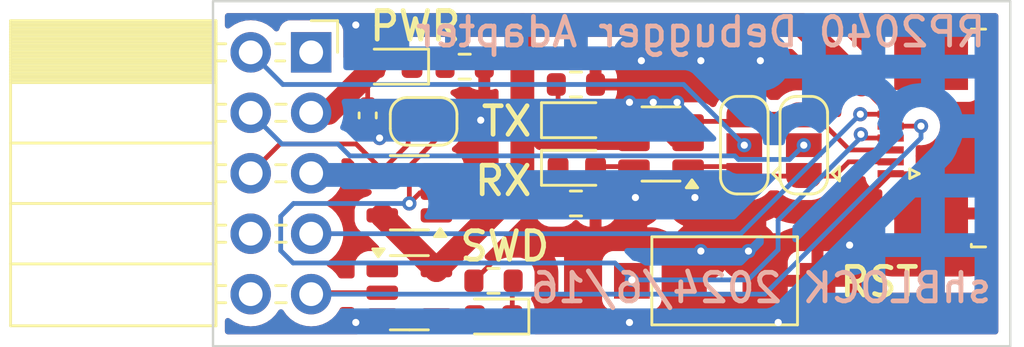
<source format=kicad_pcb>
(kicad_pcb (version 20240108) (generator "pcbnew") (generator_version "8.0")
  (layers (0 "F.Cu" signal) (31 "B.Cu" signal) (34 "B.Paste" user) (35 "F.Paste" user) (36 "B.SilkS" user "B.Silkscreen") (37 "F.SilkS" user "F.Silkscreen") (38 "B.Mask" user) (39 "F.Mask" user) (44 "Edge.Cuts" user))
  (net 0 "")
  (net 1 "3V3")
  (net 2 "GND")
  (net 3 "Net-(D1-K)")
  (net 4 "Net-(D1-A)")
  (net 5 "Net-(D2-K)")
  (net 6 "Net-(D2-A)")
  (net 7 "Net-(D3-K)")
  (net 8 "Net-(D3-A)")
  (net 9 "Net-(D4-K)")
  (net 10 "DBG_RUN")
  (net 11 "DBG_SWD")
  (net 12 "DBG_RX")
  (net 13 "DBG_TX")
  (net 14 "DBG_SWCLK")
  (net 15 "Net-(J2-Pin_4)")
  (net 16 "Net-(J2-Pin_2)")
  (net 18 "Net-(J2-Pin_6)")
  (footprint "Package_TO_SOT_SMD:SOT-23-6" (layer "F.Cu") (at 50.757836 27 180)
    (property "Reference" "U2" (hide yes))
    (property "Value" "74LVC2G17" (hide yes))
    (fp_line (start 0 1.56) (end 0.8 1.56) (stroke (width 0.12)) (layer "F.SilkS"))
    (fp_line (start 0 1.56) (end -0.8 1.56) (stroke (width 0.12)) (layer "F.SilkS"))
    (fp_line (start 0 -1.56) (end 0.8 -1.56) (stroke (width 0.12)) (layer "F.SilkS"))
    (fp_line (start 0 -1.56) (end -0.8 -1.56) (stroke (width 0.12)) (layer "F.SilkS"))
    (fp_poly (pts (xy -1.3 -1.51) (xy -1.54 -1.84) (xy -1.06 -1.84) (xy -1.3 -1.51)) (stroke (width 0.12)) (fill solid) (layer "F.SilkS"))
    (pad "1" smd roundrect (at -1.1375 -0.95 180) (size 1.325 0.6) (layers "F.Cu" "F.Paste" "F.Mask") (net 12 "DBG_RX"))
    (pad "2" smd roundrect (at -1.1375 0 180) (size 1.325 0.6) (layers "F.Cu" "F.Paste" "F.Mask") (net 2 "GND"))
    (pad "3" smd roundrect (at -1.1375 0.95 180) (size 1.325 0.6) (layers "F.Cu" "F.Paste" "F.Mask") (net 13 "DBG_TX"))
    (pad "4" smd roundrect (at 1.1375 0.95 180) (size 1.325 0.6) (layers "F.Cu" "F.Paste" "F.Mask") (net 6 "Net-(D2-A)"))
    (pad "5" smd roundrect (at 1.1375 0 180) (size 1.325 0.6) (layers "F.Cu" "F.Paste" "F.Mask") (net 1 "3V3"))
    (pad "6" smd roundrect (at 1.1375 -0.95 180) (size 1.325 0.6) (layers "F.Cu" "F.Paste" "F.Mask") (net 8 "Net-(D3-A)"))
  )
  (footprint "Button_Switch_SMD:SW_SPST_CK_RS282G05A3" (layer "F.Cu") (at 53.432836 32.75)
    (property "Reference" "SW1" (hide yes))
    (property "Value" "RESET" (hide yes))
    (fp_line (start -3.06 -1.85) (end 3.06 -1.85) (stroke (width 0.12)) (layer "F.SilkS"))
    (fp_line (start -3.06 1.85) (end -3.06 -1.85) (stroke (width 0.12)) (layer "F.SilkS"))
    (fp_line (start 3.06 -1.85) (end 3.06 1.85) (stroke (width 0.12)) (layer "F.SilkS"))
    (fp_line (start 3.06 1.85) (end -3.06 1.85) (stroke (width 0.12)) (layer "F.SilkS"))
    (pad "1" smd rect (at -3.9 0) (size 1.5 1.5) (layers "F.Cu" "F.Paste" "F.Mask") (net 10 "DBG_RUN"))
    (pad "2" smd rect (at 3.9 0) (size 1.5 1.5) (layers "F.Cu" "F.Paste" "F.Mask") (net 2 "GND"))
  )
  (footprint "Jumper:SolderJumper-3_P1.3mm_Open_RoundedPad1.0x1.5mm" (layer "F.Cu") (at 56.757836 27.05 90)
    (property "Reference" "JP2" (hide yes))
    (property "Value" "SolderJumper_3_Open" (hide yes))
    (fp_line (start -1.4 -1) (end 1.4 -1) (stroke (width 0.12)) (layer "F.SilkS"))
    (fp_line (start 2.05 -0.3) (end 2.05 0.3) (stroke (width 0.12)) (layer "F.SilkS"))
    (fp_line (start -2.05 0.3) (end -2.05 -0.3) (stroke (width 0.12)) (layer "F.SilkS"))
    (fp_line (start 1.4 1) (end -1.4 1) (stroke (width 0.12)) (layer "F.SilkS"))
    (fp_line (start -1.2 1.2) (end -0.9 1.5) (stroke (width 0.12)) (layer "F.SilkS"))
    (fp_line (start -1.2 1.2) (end -1.5 1.5) (stroke (width 0.12)) (layer "F.SilkS"))
    (fp_line (start -1.5 1.5) (end -0.9 1.5) (stroke (width 0.12)) (layer "F.SilkS"))
    (fp_arc (start 1.35 -1) (mid 1.844975 -0.794975) (end 2.05 -0.3) (stroke (width 0.12)) (layer "F.SilkS"))
    (fp_arc (start -2.05 -0.3) (mid -1.844975 -0.794975) (end -1.35 -1) (stroke (width 0.12)) (layer "F.SilkS"))
    (fp_arc (start 2.05 0.3) (mid 1.844975 0.794975) (end 1.35 1) (stroke (width 0.12)) (layer "F.SilkS"))
    (fp_arc (start -1.35 1) (mid -1.844975 0.794975) (end -2.05 0.3) (stroke (width 0.12)) (layer "F.SilkS"))
    (pad "1" smd custom (at -1.3 0 90) (size 1 0.5) (layers "F.Cu" "F.Mask") (net 12 "DBG_RX") (options (clearance outline) (anchor rect)) (primitives (gr_circle (center 0 0.25) (end 0.5 0.25) (width 0) (fill yes)) (gr_circle (center 0 -0.25) (end 0.5 -0.25) (width 0) (fill yes)) (gr_poly (pts (xy 0.55 0.75) (xy 0 0.75) (xy 0 -0.75) (xy 0.55 -0.75)) (width 0) (fill yes))))
    (pad "2" smd rect (at 0 0 90) (size 1 1.5) (layers "F.Cu" "F.Mask") (net 15 "Net-(J2-Pin_4)"))
    (pad "3" smd custom (at 1.3 0 90) (size 1 0.5) (layers "F.Cu" "F.Mask") (net 13 "DBG_TX") (options (clearance outline) (anchor rect)) (primitives (gr_circle (center 0 0.25) (end 0.5 0.25) (width 0) (fill yes)) (gr_circle (center 0 -0.25) (end 0.5 -0.25) (width 0) (fill yes)) (gr_poly (pts (xy 0 0.75) (xy -0.55 0.75) (xy -0.55 -0.75) (xy 0 -0.75)) (width 0) (fill yes))))
  )
  (footprint "Resistor_SMD:R_0603_1608Metric" (layer "F.Cu") (at 47.182836 29.5)
    (property "Reference" "R3" (hide yes))
    (property "Value" "470R" (hide yes))
    (fp_line (start -0.237258 -0.5225) (end 0.237258 -0.5225) (stroke (width 0.12)) (layer "F.SilkS"))
    (fp_line (start -0.237258 0.5225) (end 0.237258 0.5225) (stroke (width 0.12)) (layer "F.SilkS"))
    (pad "1" smd roundrect (at -0.825 0) (size 0.8 0.95) (layers "F.Cu" "F.Paste" "F.Mask") (net 7 "Net-(D3-K)"))
    (pad "2" smd roundrect (at 0.825 0) (size 0.8 0.95) (layers "F.Cu" "F.Paste" "F.Mask") (net 2 "GND"))
  )
  (footprint "LED_SMD:LED_0603_1608Metric" (layer "F.Cu") (at 47.220336 28)
    (property "Reference" "D3" (hide yes))
    (property "Value" "B" (hide yes))
    (fp_line (start -1.485 -0.735) (end -1.485 0.735) (stroke (width 0.12)) (layer "F.SilkS"))
    (fp_line (start -1.485 0.735) (end 0.8 0.735) (stroke (width 0.12)) (layer "F.SilkS"))
    (fp_line (start 0.8 -0.735) (end -1.485 -0.735) (stroke (width 0.12)) (layer "F.SilkS"))
    (pad "1" smd roundrect (at -0.7875 0) (size 0.875 0.95) (layers "F.Cu" "F.Paste" "F.Mask") (net 7 "Net-(D3-K)"))
    (pad "2" smd roundrect (at 0.7875 0) (size 0.875 0.95) (layers "F.Cu" "F.Paste" "F.Mask") (net 8 "Net-(D3-A)"))
  )
  (footprint "Connector_PinSocket_2.54mm:PinSocket_2x05_P2.54mm_Horizontal" (layer "F.Cu") (at 36.057836 23.15)
    (property "Reference" "J2" (hide yes))
    (property "Value" "Horco DAPLink (OpenCTR)" (hide yes))
    (fp_line (start -12.63 -1.33) (end -12.63 11.49) (stroke (width 0.12)) (layer "F.SilkS"))
    (fp_line (start -12.63 -1.33) (end -4 -1.33) (stroke (width 0.12)) (layer "F.SilkS"))
    (fp_line (start -12.63 -1.21) (end -4 -1.21) (stroke (width 0.12)) (layer "F.SilkS"))
    (fp_line (start -12.63 -1.091905) (end -4 -1.091905) (stroke (width 0.12)) (layer "F.SilkS"))
    (fp_line (start -12.63 -0.97381) (end -4 -0.97381) (stroke (width 0.12)) (layer "F.SilkS"))
    (fp_line (start -12.63 -0.855715) (end -4 -0.855715) (stroke (width 0.12)) (layer "F.SilkS"))
    (fp_line (start -12.63 -0.73762) (end -4 -0.73762) (stroke (width 0.12)) (layer "F.SilkS"))
    (fp_line (start -12.63 -0.619525) (end -4 -0.619525) (stroke (width 0.12)) (layer "F.SilkS"))
    (fp_line (start -12.63 -0.50143) (end -4 -0.50143) (stroke (width 0.12)) (layer "F.SilkS"))
    (fp_line (start -12.63 -0.383335) (end -4 -0.383335) (stroke (width 0.12)) (layer "F.SilkS"))
    (fp_line (start -12.63 -0.26524) (end -4 -0.26524) (stroke (width 0.12)) (layer "F.SilkS"))
    (fp_line (start -12.63 -0.147145) (end -4 -0.147145) (stroke (width 0.12)) (layer "F.SilkS"))
    (fp_line (start -12.63 -0.02905) (end -4 -0.02905) (stroke (width 0.12)) (layer "F.SilkS"))
    (fp_line (start -12.63 0.089045) (end -4 0.089045) (stroke (width 0.12)) (layer "F.SilkS"))
    (fp_line (start -12.63 0.20714) (end -4 0.20714) (stroke (width 0.12)) (layer "F.SilkS"))
    (fp_line (start -12.63 0.325235) (end -4 0.325235) (stroke (width 0.12)) (layer "F.SilkS"))
    (fp_line (start -12.63 0.44333) (end -4 0.44333) (stroke (width 0.12)) (layer "F.SilkS"))
    (fp_line (start -12.63 0.561425) (end -4 0.561425) (stroke (width 0.12)) (layer "F.SilkS"))
    (fp_line (start -12.63 0.67952) (end -4 0.67952) (stroke (width 0.12)) (layer "F.SilkS"))
    (fp_line (start -12.63 0.797615) (end -4 0.797615) (stroke (width 0.12)) (layer "F.SilkS"))
    (fp_line (start -12.63 0.91571) (end -4 0.91571) (stroke (width 0.12)) (layer "F.SilkS"))
    (fp_line (start -12.63 1.033805) (end -4 1.033805) (stroke (width 0.12)) (layer "F.SilkS"))
    (fp_line (start -12.63 1.1519) (end -4 1.1519) (stroke (width 0.12)) (layer "F.SilkS"))
    (fp_line (start -12.63 1.27) (end -4 1.27) (stroke (width 0.12)) (layer "F.SilkS"))
    (fp_line (start -12.63 3.81) (end -4 3.81) (stroke (width 0.12)) (layer "F.SilkS"))
    (fp_line (start -12.63 6.35) (end -4 6.35) (stroke (width 0.12)) (layer "F.SilkS"))
    (fp_line (start -12.63 8.89) (end -4 8.89) (stroke (width 0.12)) (layer "F.SilkS"))
    (fp_line (start -12.63 11.49) (end -4 11.49) (stroke (width 0.12)) (layer "F.SilkS"))
    (fp_line (start -4 -1.33) (end -4 11.49) (stroke (width 0.12)) (layer "F.SilkS"))
    (fp_line (start -4 -0.36) (end -3.59 -0.36) (stroke (width 0.12)) (layer "F.SilkS"))
    (fp_line (start -4 0.36) (end -3.59 0.36) (stroke (width 0.12)) (layer "F.SilkS"))
    (fp_line (start -4 2.18) (end -3.59 2.18) (stroke (width 0.12)) (layer "F.SilkS"))
    (fp_line (start -4 2.9) (end -3.59 2.9) (stroke (width 0.12)) (layer "F.SilkS"))
    (fp_line (start -4 4.72) (end -3.59 4.72) (stroke (width 0.12)) (layer "F.SilkS"))
    (fp_line (start -4 5.44) (end -3.59 5.44) (stroke (width 0.12)) (layer "F.SilkS"))
    (fp_line (start -4 7.26) (end -3.59 7.26) (stroke (width 0.12)) (layer "F.SilkS"))
    (fp_line (start -4 7.98) (end -3.59 7.98) (stroke (width 0.12)) (layer "F.SilkS"))
    (fp_line (start -4 9.8) (end -3.59 9.8) (stroke (width 0.12)) (layer "F.SilkS"))
    (fp_line (start -4 10.52) (end -3.59 10.52) (stroke (width 0.12)) (layer "F.SilkS"))
    (fp_line (start -1.49 -0.36) (end -1.11 -0.36) (stroke (width 0.12)) (layer "F.SilkS"))
    (fp_line (start -1.49 0.36) (end -1.11 0.36) (stroke (width 0.12)) (layer "F.SilkS"))
    (fp_line (start -1.49 2.18) (end -1.05 2.18) (stroke (width 0.12)) (layer "F.SilkS"))
    (fp_line (start -1.49 2.9) (end -1.05 2.9) (stroke (width 0.12)) (layer "F.SilkS"))
    (fp_line (start -1.49 4.72) (end -1.05 4.72) (stroke (width 0.12)) (layer "F.SilkS"))
    (fp_line (start -1.49 5.44) (end -1.05 5.44) (stroke (width 0.12)) (layer "F.SilkS"))
    (fp_line (start -1.49 7.26) (end -1.05 7.26) (stroke (width 0.12)) (layer "F.SilkS"))
    (fp_line (start -1.49 7.98) (end -1.05 7.98) (stroke (width 0.12)) (layer "F.SilkS"))
    (fp_line (start -1.49 9.8) (end -1.05 9.8) (stroke (width 0.12)) (layer "F.SilkS"))
    (fp_line (start -1.49 10.52) (end -1.05 10.52) (stroke (width 0.12)) (layer "F.SilkS"))
    (fp_line (start 0 -1.33) (end 1.11 -1.33) (stroke (width 0.12)) (layer "F.SilkS"))
    (fp_line (start 1.11 -1.33) (end 1.11 0) (stroke (width 0.12)) (layer "F.SilkS"))
    (pad "1" thru_hole rect (at 0 0) (size 1.7 1.7) (drill 1) (layers "*.Cu" "*.Mask"))
    (pad "2" thru_hole oval (at -2.54 0) (size 1.7 1.7) (drill 1) (layers "*.Cu" "*.Mask") (net 16 "Net-(J2-Pin_2)"))
    (pad "3" thru_hole oval (at 0 2.54) (size 1.7 1.7) (drill 1) (layers "*.Cu" "*.Mask") (net 1 "3V3"))
    (pad "4" thru_hole oval (at -2.54 2.54) (size 1.7 1.7) (drill 1) (layers "*.Cu" "*.Mask") (net 15 "Net-(J2-Pin_4)"))
    (pad "5" thru_hole oval (at 0 5.08) (size 1.7 1.7) (drill 1) (layers "*.Cu" "*.Mask") (net 2 "GND"))
    (pad "6" thru_hole oval (at -2.54 5.08) (size 1.7 1.7) (drill 1) (layers "*.Cu" "*.Mask") (net 18 "Net-(J2-Pin_6)"))
    (pad "7" thru_hole oval (at 0 7.62) (size 1.7 1.7) (drill 1) (layers "*.Cu" "*.Mask") (net 14 "DBG_SWCLK"))
    (pad "8" thru_hole oval (at -2.54 7.62) (size 1.7 1.7) (drill 1) (layers "*.Cu" "*.Mask"))
    (pad "9" thru_hole oval (at 0 10.16) (size 1.7 1.7) (drill 1) (layers "*.Cu" "*.Mask") (net 11 "DBG_SWD"))
    (pad "10" thru_hole oval (at -2.54 10.16) (size 1.7 1.7) (drill 1) (layers "*.Cu" "*.Mask"))
  )
  (footprint "LED_SMD:LED_0603_1608Metric" (layer "F.Cu") (at 47.220336 26)
    (property "Reference" "D2" (hide yes))
    (property "Value" "Y" (hide yes))
    (fp_line (start -1.485 -0.735) (end -1.485 0.735) (stroke (width 0.12)) (layer "F.SilkS"))
    (fp_line (start -1.485 0.735) (end 0.8 0.735) (stroke (width 0.12)) (layer "F.SilkS"))
    (fp_line (start 0.8 -0.735) (end -1.485 -0.735) (stroke (width 0.12)) (layer "F.SilkS"))
    (pad "1" smd roundrect (at -0.7875 0) (size 0.875 0.95) (layers "F.Cu" "F.Paste" "F.Mask") (net 5 "Net-(D2-K)"))
    (pad "2" smd roundrect (at 0.7875 0) (size 0.875 0.95) (layers "F.Cu" "F.Paste" "F.Mask") (net 6 "Net-(D2-A)"))
  )
  (footprint "Package_TO_SOT_SMD:SOT-23-5" (layer "F.Cu") (at 40.182836 33.25)
    (property "Reference" "U4" (hide yes))
    (property "Value" "74LVC1G17" (hide yes))
    (fp_line (start 0 -1.56) (end -0.8 -1.56) (stroke (width 0.12)) (layer "F.SilkS"))
    (fp_line (start 0 -1.56) (end 0.8 -1.56) (stroke (width 0.12)) (layer "F.SilkS"))
    (fp_line (start 0 1.56) (end -0.8 1.56) (stroke (width 0.12)) (layer "F.SilkS"))
    (fp_line (start 0 1.56) (end 0.8 1.56) (stroke (width 0.12)) (layer "F.SilkS"))
    (fp_poly (pts (xy -1.3 -1.51) (xy -1.54 -1.84) (xy -1.06 -1.84) (xy -1.3 -1.51)) (stroke (width 0.12)) (fill solid) (layer "F.SilkS"))
    (pad "1" smd roundrect (at -1.1375 -0.95) (size 1.325 0.6) (layers "F.Cu" "F.Paste" "F.Mask"))
    (pad "2" smd roundrect (at -1.1375 0) (size 1.325 0.6) (layers "F.Cu" "F.Paste" "F.Mask") (net 11 "DBG_SWD"))
    (pad "3" smd roundrect (at -1.1375 0.95) (size 1.325 0.6) (layers "F.Cu" "F.Paste" "F.Mask") (net 2 "GND"))
    (pad "4" smd roundrect (at 1.1375 0.95) (size 1.325 0.6) (layers "F.Cu" "F.Paste" "F.Mask") (net 4 "Net-(D1-A)"))
    (pad "5" smd roundrect (at 1.1375 -0.95) (size 1.325 0.6) (layers "F.Cu" "F.Paste" "F.Mask") (net 1 "3V3"))
  )
  (footprint "Resistor_SMD:R_0603_1608Metric" (layer "F.Cu") (at 47.182836 24.5)
    (property "Reference" "R2" (hide yes))
    (property "Value" "470R" (hide yes))
    (fp_line (start -0.237258 -0.5225) (end 0.237258 -0.5225) (stroke (width 0.12)) (layer "F.SilkS"))
    (fp_line (start -0.237258 0.5225) (end 0.237258 0.5225) (stroke (width 0.12)) (layer "F.SilkS"))
    (pad "1" smd roundrect (at -0.825 0) (size 0.8 0.95) (layers "F.Cu" "F.Paste" "F.Mask") (net 5 "Net-(D2-K)"))
    (pad "2" smd roundrect (at 0.825 0) (size 0.8 0.95) (layers "F.Cu" "F.Paste" "F.Mask") (net 2 "GND"))
  )
  (footprint "Connector_FFC-FPC:TE_0-1734839-7_1x07-1MP_P0.5mm_Horizontal" (layer "F.Cu") (at 61.757836 26.75 90)
    (property "Reference" "J1" (hide yes))
    (property "Value" "DEBUG_FPC" (hide yes))
    (fp_line (start -1.3 -0.55) (end -1.7 -0.55) (stroke (width 0.12)) (layer "F.SilkS"))
    (fp_line (start -1.7 -0.55) (end -1.5 -0.15) (stroke (width 0.12)) (layer "F.SilkS"))
    (fp_line (start -1.5 -0.15) (end -1.3 -0.55) (stroke (width 0.12)) (layer "F.SilkS"))
    (fp_line (start 4.575 2.04) (end 4.575 2.64) (stroke (width 0.12)) (layer "F.SilkS"))
    (fp_line (start 4.465 2.04) (end 4.575 2.04) (stroke (width 0.12)) (layer "F.SilkS"))
    (fp_line (start -4.465 2.04) (end -4.575 2.04) (stroke (width 0.12)) (layer "F.SilkS"))
    (fp_line (start -4.575 2.04) (end -4.575 2.64) (stroke (width 0.12)) (layer "F.SilkS"))
    (pad "1" smd rect (at -1.5 -1.35 90) (size 0.3 1.1) (layers "F.Cu" "F.Paste" "F.Mask") (net 2 "GND"))
    (pad "2" smd rect (at -1 -1.35 90) (size 0.3 1.1) (layers "F.Cu" "F.Paste" "F.Mask") (net 12 "DBG_RX"))
    (pad "3" smd rect (at -0.5 -1.35 90) (size 0.3 1.1) (layers "F.Cu" "F.Paste" "F.Mask") (net 13 "DBG_TX"))
    (pad "4" smd rect (at 0 -1.35 90) (size 0.3 1.1) (layers "F.Cu" "F.Paste" "F.Mask") (net 10 "DBG_RUN"))
    (pad "5" smd rect (at 0.5 -1.35 90) (size 0.3 1.1) (layers "F.Cu" "F.Paste" "F.Mask") (net 11 "DBG_SWD"))
    (pad "6" smd rect (at 1 -1.35 90) (size 0.3 1.1) (layers "F.Cu" "F.Paste" "F.Mask") (net 14 "DBG_SWCLK"))
    (pad "7" smd rect (at 1.5 -1.35 90) (size 0.3 1.1) (layers "F.Cu" "F.Paste" "F.Mask") (net 1 "3V3"))
    (pad "MP" smd rect (at -3.17 0.35 90) (size 2.3 3.1) (layers "F.Cu" "F.Paste" "F.Mask") (net 2 "GND"))
    (pad "MP" smd rect (at 3.17 0.35 90) (size 2.3 3.1) (layers "F.Cu" "F.Paste" "F.Mask") (net 2 "GND"))
  )
  (footprint "Resistor_SMD:R_0603_1608Metric" (layer "F.Cu") (at 43.720336 32.75 180)
    (property "Reference" "R1" (hide yes))
    (property "Value" "470R" (hide yes))
    (fp_line (start -0.237258 0.5225) (end 0.237258 0.5225) (stroke (width 0.12)) (layer "F.SilkS"))
    (fp_line (start -0.237258 -0.5225) (end 0.237258 -0.5225) (stroke (width 0.12)) (layer "F.SilkS"))
    (pad "1" smd roundrect (at -0.825 0 180) (size 0.8 0.95) (layers "F.Cu" "F.Paste" "F.Mask") (net 3 "Net-(D1-K)"))
    (pad "2" smd roundrect (at 0.825 0 180) (size 0.8 0.95) (layers "F.Cu" "F.Paste" "F.Mask") (net 2 "GND"))
  )
  (footprint "Capacitor_SMD:C_0402_1005Metric" (layer "F.Cu") (at 38.432836 25.8 -90)
    (property "Reference" "C1" (hide yes))
    (property "Value" "100nF" (hide yes))
    (fp_line (start -0.107836 0.36) (end 0.107836 0.36) (stroke (width 0.12)) (layer "F.SilkS"))
    (fp_line (start -0.107836 -0.36) (end 0.107836 -0.36) (stroke (width 0.12)) (layer "F.SilkS"))
    (pad "1" smd roundrect (at -0.48 0 270) (size 0.56 0.62) (layers "F.Cu" "F.Paste" "F.Mask") (net 1 "3V3"))
    (pad "2" smd roundrect (at 0.48 0 270) (size 0.56 0.62) (layers "F.Cu" "F.Paste" "F.Mask") (net 2 "GND"))
  )
  (footprint "Package_TO_SOT_SMD:SOT-23-5" (layer "F.Cu") (at 40.182836 29.05 180)
    (property "Reference" "U1" (hide yes))
    (property "Value" "SN74LVC1G14DBV" (hide yes))
    (fp_line (start 0 1.56) (end 0.8 1.56) (stroke (width 0.12)) (layer "F.SilkS"))
    (fp_line (start 0 1.56) (end -0.8 1.56) (stroke (width 0.12)) (layer "F.SilkS"))
    (fp_line (start 0 -1.56) (end 0.8 -1.56) (stroke (width 0.12)) (layer "F.SilkS"))
    (fp_line (start 0 -1.56) (end -0.8 -1.56) (stroke (width 0.12)) (layer "F.SilkS"))
    (fp_poly (pts (xy -1.3 -1.51) (xy -1.54 -1.84) (xy -1.06 -1.84) (xy -1.3 -1.51)) (stroke (width 0.12)) (fill solid) (layer "F.SilkS"))
    (pad "1" smd roundrect (at -1.1375 -0.95 180) (size 1.325 0.6) (layers "F.Cu" "F.Paste" "F.Mask"))
    (pad "2" smd roundrect (at -1.1375 0 180) (size 1.325 0.6) (layers "F.Cu" "F.Paste" "F.Mask") (net 10 "DBG_RUN"))
    (pad "3" smd roundrect (at -1.1375 0.95 180) (size 1.325 0.6) (layers "F.Cu" "F.Paste" "F.Mask") (net 2 "GND"))
    (pad "4" smd roundrect (at 1.1375 0.95 180) (size 1.325 0.6) (layers "F.Cu" "F.Paste" "F.Mask") (net 18 "Net-(J2-Pin_6)"))
    (pad "5" smd roundrect (at 1.1375 -0.95 180) (size 1.325 0.6) (layers "F.Cu" "F.Paste" "F.Mask") (net 1 "3V3"))
  )
  (footprint "Resistor_SMD:R_0603_1608Metric" (layer "F.Cu") (at 42.507836 23.75)
    (property "Reference" "R4" (hide yes))
    (property "Value" "470R" (hide yes))
    (fp_line (start -0.237258 -0.5225) (end 0.237258 -0.5225) (stroke (width 0.12)) (layer "F.SilkS"))
    (fp_line (start -0.237258 0.5225) (end 0.237258 0.5225) (stroke (width 0.12)) (layer "F.SilkS"))
    (pad "1" smd roundrect (at -0.825 0) (size 0.8 0.95) (layers "F.Cu" "F.Paste" "F.Mask") (net 9 "Net-(D4-K)"))
    (pad "2" smd roundrect (at 0.825 0) (size 0.8 0.95) (layers "F.Cu" "F.Paste" "F.Mask") (net 2 "GND"))
  )
  (footprint "LED_SMD:LED_0603_1608Metric" (layer "F.Cu") (at 43.720336 34.25 180)
    (property "Reference" "D1" (hide yes))
    (property "Value" "R" (hide yes))
    (fp_line (start 0.8 -0.735) (end -1.485 -0.735) (stroke (width 0.12)) (layer "F.SilkS"))
    (fp_line (start -1.485 0.735) (end 0.8 0.735) (stroke (width 0.12)) (layer "F.SilkS"))
    (fp_line (start -1.485 -0.735) (end -1.485 0.735) (stroke (width 0.12)) (layer "F.SilkS"))
    (pad "1" smd roundrect (at -0.7875 0 180) (size 0.875 0.95) (layers "F.Cu" "F.Paste" "F.Mask") (net 3 "Net-(D1-K)"))
    (pad "2" smd roundrect (at 0.7875 0 180) (size 0.875 0.95) (layers "F.Cu" "F.Paste" "F.Mask") (net 4 "Net-(D1-A)"))
  )
  (footprint "Jumper:SolderJumper-3_P1.3mm_Open_RoundedPad1.0x1.5mm" (layer "F.Cu") (at 54.257836 27.05 90)
    (property "Reference" "JP1" (hide yes))
    (property "Value" "SolderJumper_3_Open" (hide yes))
    (fp_line (start -1.4 -1) (end 1.4 -1) (stroke (width 0.12)) (layer "F.SilkS"))
    (fp_line (start 2.05 -0.3) (end 2.05 0.3) (stroke (width 0.12)) (layer "F.SilkS"))
    (fp_line (start -2.05 0.3) (end -2.05 -0.3) (stroke (width 0.12)) (layer "F.SilkS"))
    (fp_line (start 1.4 1) (end -1.4 1) (stroke (width 0.12)) (layer "F.SilkS"))
    (fp_line (start -1.2 1.2) (end -0.9 1.5) (stroke (width 0.12)) (layer "F.SilkS"))
    (fp_line (start -1.2 1.2) (end -1.5 1.5) (stroke (width 0.12)) (layer "F.SilkS"))
    (fp_line (start -1.5 1.5) (end -0.9 1.5) (stroke (width 0.12)) (layer "F.SilkS"))
    (fp_arc (start 1.35 -1) (mid 1.844975 -0.794975) (end 2.05 -0.3) (stroke (width 0.12)) (layer "F.SilkS"))
    (fp_arc (start -2.05 -0.3) (mid -1.844975 -0.794975) (end -1.35 -1) (stroke (width 0.12)) (layer "F.SilkS"))
    (fp_arc (start 2.05 0.3) (mid 1.844975 0.794975) (end 1.35 1) (stroke (width 0.12)) (layer "F.SilkS"))
    (fp_arc (start -1.35 1) (mid -1.844975 0.794975) (end -2.05 0.3) (stroke (width 0.12)) (layer "F.SilkS"))
    (pad "1" smd custom (at -1.3 0 90) (size 1 0.5) (layers "F.Cu" "F.Mask") (net 12 "DBG_RX") (options (clearance outline) (anchor rect)) (primitives (gr_circle (center 0 0.25) (end 0.5 0.25) (width 0) (fill yes)) (gr_circle (center 0 -0.25) (end 0.5 -0.25) (width 0) (fill yes)) (gr_poly (pts (xy 0.55 0.75) (xy 0 0.75) (xy 0 -0.75) (xy 0.55 -0.75)) (width 0) (fill yes))))
    (pad "2" smd rect (at 0 0 90) (size 1 1.5) (layers "F.Cu" "F.Mask") (net 16 "Net-(J2-Pin_2)"))
    (pad "3" smd custom (at 1.3 0 90) (size 1 0.5) (layers "F.Cu" "F.Mask") (net 13 "DBG_TX") (options (clearance outline) (anchor rect)) (primitives (gr_circle (center 0 0.25) (end 0.5 0.25) (width 0) (fill yes)) (gr_circle (center 0 -0.25) (end 0.5 -0.25) (width 0) (fill yes)) (gr_poly (pts (xy 0 0.75) (xy -0.55 0.75) (xy -0.55 -0.75) (xy 0 -0.75)) (width 0) (fill yes))))
  )
  (footprint "Jumper:SolderJumper-2_P1.3mm_Open_RoundedPad1.0x1.5mm" (layer "F.Cu") (at 40.782836 26.05)
    (property "Reference" "JP3" (hide yes))
    (property "Value" "SolderJumper_2_Open" (hide yes))
    (fp_line (start -1.4 0.3) (end -1.4 -0.3) (stroke (width 0.12)) (layer "F.SilkS"))
    (fp_line (start -0.7 -1) (end 0.7 -1) (stroke (width 0.12)) (layer "F.SilkS"))
    (fp_line (start 0.7 1) (end -0.7 1) (stroke (width 0.12)) (layer "F.SilkS"))
    (fp_line (start 1.4 -0.3) (end 1.4 0.3) (stroke (width 0.12)) (layer "F.SilkS"))
    (fp_arc (start -1.4 -0.3) (mid -1.194975 -0.794975) (end -0.7 -1) (stroke (width 0.12)) (layer "F.SilkS"))
    (fp_arc (start -0.7 1) (mid -1.194975 0.794975) (end -1.4 0.3) (stroke (width 0.12)) (layer "F.SilkS"))
    (fp_arc (start 0.7 -1) (mid 1.194975 -0.794975) (end 1.4 -0.3) (stroke (width 0.12)) (layer "F.SilkS"))
    (fp_arc (start 1.4 0.3) (mid 1.194975 0.794975) (end 0.7 1) (stroke (width 0.12)) (layer "F.SilkS"))
    (pad "1" smd custom (at -0.65 0) (size 1 0.5) (layers "F.Cu" "F.Mask") (net 18 "Net-(J2-Pin_6)") (options (clearance outline) (anchor rect)) (primitives (gr_circle (center 0 0.25) (end 0.5 0.25) (width 0) (fill yes)) (gr_circle (center 0 -0.25) (end 0.5 -0.25) (width 0) (fill yes)) (gr_poly (pts (xy 0.5 0.75) (xy 0 0.75) (xy 0 -0.75) (xy 0.5 -0.75)) (width 0) (fill yes))))
    (pad "2" smd custom (at 0.65 0) (size 1 0.5) (layers "F.Cu" "F.Mask") (net 10 "DBG_RUN") (options (clearance outline) (anchor rect)) (primitives (gr_circle (center 0 0.25) (end 0.5 0.25) (width 0) (fill yes)) (gr_circle (center 0 -0.25) (end 0.5 -0.25) (width 0) (fill yes)) (gr_poly (pts (xy 0 0.75) (xy -0.5 0.75) (xy -0.5 -0.75) (xy 0 -0.75)) (width 0) (fill yes))))
  )
  (footprint "LED_SMD:LED_0603_1608Metric" (layer "F.Cu") (at 39.507836 23.75 180)
    (property "Reference" "D4" (hide yes))
    (property "Value" "G" (hide yes))
    (fp_line (start 0.8 -0.735) (end -1.485 -0.735) (stroke (width 0.12)) (layer "F.SilkS"))
    (fp_line (start -1.485 0.735) (end 0.8 0.735) (stroke (width 0.12)) (layer "F.SilkS"))
    (fp_line (start -1.485 -0.735) (end -1.485 0.735) (stroke (width 0.12)) (layer "F.SilkS"))
    (pad "1" smd roundrect (at -0.7875 0 180) (size 0.875 0.95) (layers "F.Cu" "F.Paste" "F.Mask") (net 9 "Net-(D4-K)"))
    (pad "2" smd roundrect (at 0.7875 0 180) (size 0.875 0.95) (layers "F.Cu" "F.Paste" "F.Mask") (net 1 "3V3"))
  )
  (gr_rect (start 31.932836 21) (end 65.432836 35.5) (stroke (width 0.1)) (fill none) (layer "Edge.Cuts"))
  (gr_text "RP2040 Debugger Adapter" (at 64.5 23 0) (layer "B.SilkS") (effects (font (size 1.2 1.2) (thickness 0.2) (bold yes)) (justify left bottom mirror)))
  (gr_text "shBLOCK 2024/6/16" (at 64.75 33.75 0) (layer "B.SilkS") (effects (font (size 1.2 1.2) (thickness 0.2) (bold yes)) (justify left bottom mirror)))
  (gr_text "RX" (at 45.432836 29.25 0) (layer "F.SilkS") (effects (font (size 1.2 1.2) (thickness 0.2)) (justify right bottom)))
  (gr_text "RST" (at 59.932836 33.5 0) (layer "F.SilkS") (effects (font (size 1.2 1.2) (thickness 0.2) (bold yes)) (justify bottom)))
  (gr_text "PWR" (at 40.432836 22.75 0) (layer "F.SilkS") (effects (font (size 1.2 1.2) (thickness 0.2)) (justify bottom)))
  (gr_text "TX" (at 45.432836 26.75 0) (layer "F.SilkS") (effects (font (size 1.2 1.2) (thickness 0.2) (bold yes)) (justify right bottom)))
  (gr_text "SWD" (at 46.182836 32 0) (layer "F.SilkS") (effects (font (size 1.2 1.2) (thickness 0.2) (bold yes)) (justify right bottom)))
  (segment (start 39.995337 22) (end 44.932836 22) (width 1) (layer "F.Cu") (net 1))
  (segment (start 38.432836 25.32) (end 38.432836 24.0375) (width 0.2) (layer "F.Cu") (net 1))
  (segment (start 49.620336 27) (end 45.682836 27) (width 0.5) (layer "F.Cu") (net 1))
  (segment (start 56.682836 22) (end 59.182836 24.5) (width 1) (layer "F.Cu") (net 1))
  (segment (start 36.780336 25.69) (end 38.720336 23.75) (width 1) (layer "F.Cu") (net 1))
  (segment (start 39.045336 30.025) (end 41.320336 32.3) (width 1) (layer "F.Cu") (net 1))
  (segment (start 60.407836 25.25) (end 59.932836 25.25) (width 0.2) (layer "F.Cu") (net 1))
  (segment (start 45.682836 27) (end 44.932836 26.25) (width 0.5) (layer "F.Cu") (net 1))
  (segment (start 38.720336 23.75) (end 38.720336 23.275001) (width 1) (layer "F.Cu") (net 1))
  (segment (start 38.720336 23.275001) (end 39.995337 22) (width 1) (layer "F.Cu") (net 1))
  (segment (start 44.932836 26.25) (end 44.932836 22) (width 1) (layer "F.Cu") (net 1))
  (segment (start 44.932836 28.6875) (end 44.932836 26.25) (width 1) (layer "F.Cu") (net 1))
  (segment (start 36.057836 25.69) (end 36.780336 25.69) (width 1) (layer "F.Cu") (net 1))
  (segment (start 44.932836 22) (end 56.682836 22) (width 1) (layer "F.Cu") (net 1))
  (segment (start 41.320336 32.3) (end 44.932836 28.6875) (width 1) (layer "F.Cu") (net 1))
  (segment (start 59.932836 25.25) (end 59.182836 24.5) (width 0.3) (layer "F.Cu") (net 1))
  (segment (start 39.045336 30) (end 39.045336 30.025) (width 1) (layer "F.Cu") (net 1))
  (segment (start 60.407836 28.25) (end 59.432836 29.225) (width 0.2) (layer "F.Cu") (net 2))
  (segment (start 50.682836 26.449999) (end 50.682836 25) (width 0.2) (layer "F.Cu") (net 2))
  (segment (start 51.232837 27) (end 50.682836 26.449999) (width 0.2) (layer "F.Cu") (net 2))
  (segment (start 51.895336 27) (end 51.232837 27) (width 0.2) (layer "F.Cu") (net 2))
  (segment (start 42.895336 32.75) (end 44.395336 31.25) (width 0.2) (layer "F.Cu") (net 2))
  (segment (start 38.902836 26.75) (end 38.432836 26.28) (width 0.2) (layer "F.Cu") (net 2))
  (segment (start 38.932836 26.75) (end 38.902836 26.75) (width 0.2) (layer "F.Cu") (net 2))
  (segment (start 60.407836 28.25) (end 61.682836 28.25) (width 0.2) (layer "F.Cu") (net 2))
  (segment (start 59.432836 29.225) (end 59.432836 29.25) (width 0.2) (layer "F.Cu") (net 2))
  (segment (start 61.682836 28.25) (end 61.932836 28) (width 0.2) (layer "F.Cu") (net 2))
  (segment (start 44.395336 31.25) (end 44.432836 31.25) (width 0.2) (layer "F.Cu") (net 2))
  (via (at 43.182836 26) (size 0.6) (drill 0.3) (layers "F.Cu" "B.Cu") (net 2))
  (via (at 49.432836 25.25) (size 0.6) (drill 0.3) (layers "F.Cu" "B.Cu") (net 2))
  (via (at 37.932836 34.5) (size 0.6) (drill 0.3) (layers "F.Cu" "B.Cu") (net 2))
  (via (at 52.182836 29.25) (size 0.6) (drill 0.3) (layers "F.Cu" "B.Cu") (net 2))
  (via (at 37.932836 22) (size 0.6) (drill 0.3) (layers "F.Cu" "B.Cu") (net 2))
  (via (at 52.432836 23.5) (size 0.6) (drill 0.3) (layers "F.Cu" "B.Cu") (net 2))
  (via (at 50.432836 25.25) (size 0.6) (drill 0.3) (layers "F.Cu" "B.Cu") (net 2))
  (via (at 49.932836 23.5) (size 0.6) (drill 0.3) (layers "F.Cu" "B.Cu") (net 2))
  (via (at 54.432836 31.5) (size 0.6) (drill 0.3) (layers "F.Cu" "B.Cu") (net 2))
  (via (at 54.932836 23.5) (size 0.6) (drill 0.3) (layers "F.Cu" "B.Cu") (net 2))
  (via (at 49.682836 29.25) (size 0.6) (drill 0.3) (layers "F.Cu" "B.Cu") (net 2))
  (via (at 49.432836 34.5) (size 0.6) (drill 0.3) (layers "F.Cu" "B.Cu") (net 2))
  (via (at 58.682836 31.25) (size 0.6) (drill 0.3) (layers "F.Cu" "B.Cu") (net 2))
  (via (at 55.682836 34.5) (size 0.6) (drill 0.3) (layers "F.Cu" "B.Cu") (net 2))
  (via (at 52.432836 31.5) (size 0.6) (drill 0.3) (layers "F.Cu" "B.Cu") (net 2))
  (via (at 38.932836 26.75) (size 0.6) (drill 0.3) (layers "F.Cu" "B.Cu") (net 2))
  (via (at 51.432836 25.25) (size 0.6) (drill 0.3) (layers "F.Cu" "B.Cu") (net 2))
  (segment (start 36.057836 28.23) (end 36.127836 28.3) (width 1) (layer "B.Cu") (net 2))
  (segment (start 36.127836 28.3) (end 44.682836 28.3) (width 1) (layer "B.Cu") (net 2))
  (segment (start 44.507836 32.7875) (end 44.545336 32.75) (width 0.2) (layer "F.Cu") (net 3))
  (segment (start 44.507836 34.25) (end 44.507836 32.7875) (width 0.2) (layer "F.Cu") (net 3))
  (segment (start 42.882836 34.2) (end 42.932836 34.25) (width 0.2) (layer "F.Cu") (net 4))
  (segment (start 41.320336 34.2) (end 42.882836 34.2) (width 0.2) (layer "F.Cu") (net 4))
  (segment (start 46.432836 24.575) (end 46.357836 24.5) (width 0.2) (layer "F.Cu") (net 5))
  (segment (start 46.432836 26) (end 46.432836 24.575) (width 0.2) (layer "F.Cu") (net 5))
  (segment (start 48.057836 26.05) (end 48.007836 26) (width 0.2) (layer "F.Cu") (net 6))
  (segment (start 49.620336 26.05) (end 48.057836 26.05) (width 0.2) (layer "F.Cu") (net 6))
  (segment (start 46.432836 28) (end 46.432836 29.425) (width 0.2) (layer "F.Cu") (net 7))
  (segment (start 46.432836 29.425) (end 46.357836 29.5) (width 0.2) (layer "F.Cu") (net 7))
  (segment (start 48.057836 27.95) (end 48.007836 28) (width 0.2) (layer "F.Cu") (net 8))
  (segment (start 49.620336 27.95) (end 48.057836 27.95) (width 0.2) (layer "F.Cu") (net 8))
  (segment (start 40.295336 23.75) (end 41.682836 23.75) (width 0.2) (layer "F.Cu") (net 9))
  (segment (start 40.657837 29.05) (end 41.320336 29.05) (width 0.2) (layer "F.Cu") (net 10))
  (segment (start 40.182836 27.934448) (end 41.432836 26.684448) (width 0.2) (layer "F.Cu") (net 10))
  (segment (start 41.432836 26.684448) (end 41.432836 26.05) (width 0.2) (layer "F.Cu") (net 10))
  (segment (start 40.632836 29.05) (end 40.182836 29.5) (width 0.2) (layer "F.Cu") (net 10))
  (segment (start 59.3128 26.75) (end 59.1566 26.5938) (width 0.2) (layer "F.Cu") (net 10))
  (segment (start 40.182836 29.5) (end 40.182836 27.934448) (width 0.2) (layer "F.Cu") (net 10))
  (segment (start 60.407836 26.75) (end 59.3128 26.75) (width 0.2) (layer "F.Cu") (net 10))
  (segment (start 41.320336 29.05) (end 40.632836 29.05) (width 0.2) (layer "F.Cu") (net 10))
  (via (at 40.182836 29.5) (size 0.6) (drill 0.3) (layers "F.Cu" "B.Cu") (net 10))
  (via (at 59.1566 26.5938) (size 0.6) (drill 0.3) (layers "F.Cu" "B.Cu") (net 10))
  (via (at 49.532836 32.71) (size 0.6) (drill 0.3) (layers "F.Cu" "B.Cu") (net 10))
  (segment (start 34.778236 31.481073) (end 35.297163 32) (width 0.2) (layer "B.Cu") (net 10))
  (segment (start 59.1566 26.5938) (end 59.1566 26.726236) (width 0.2) (layer "B.Cu") (net 10))
  (segment (start 54.412 32.71) (end 49.532836 32.71) (width 0.2) (layer "B.Cu") (net 10))
  (segment (start 35.317163 29.5) (end 34.778236 30.038927) (width 0.2) (layer "B.Cu") (net 10))
  (segment (start 40.182836 29.5) (end 35.317163 29.5) (width 0.2) (layer "B.Cu") (net 10))
  (segment (start 55.6768 31.4452) (end 54.412 32.71) (width 0.2) (layer "B.Cu") (net 10))
  (segment (start 35.297163 32) (end 48.822836 32) (width 0.2) (layer "B.Cu") (net 10))
  (segment (start 48.822836 32) (end 49.532836 32.71) (width 0.2) (layer "B.Cu") (net 10))
  (segment (start 34.778236 30.038927) (end 34.778236 31.481073) (width 0.2) (layer "B.Cu") (net 10))
  (segment (start 55.6768 30.206036) (end 55.6768 31.4452) (width 0.2) (layer "B.Cu") (net 10))
  (segment (start 59.1566 26.726236) (end 55.6768 30.206036) (width 0.2) (layer "B.Cu") (net 10))
  (segment (start 39.045336 33.25) (end 36.117836 33.25) (width 0.2) (layer "F.Cu") (net 11))
  (segment (start 36.117836 33.25) (end 36.057836 33.31) (width 0.2) (layer "F.Cu") (net 11))
  (segment (start 60.407836 26.25) (end 61.682836 26.25) (width 0.2) (layer "F.Cu") (net 11))
  (via (at 61.682836 26.25) (size 0.6) (drill 0.3) (layers "F.Cu" "B.Cu") (net 11))
  (segment (start 55.122836 33.31) (end 36.057836 33.31) (width 0.2) (layer "B.Cu") (net 11))
  (segment (start 61.682836 26.75) (end 55.122836 33.31) (width 0.2) (layer "B.Cu") (net 11))
  (segment (start 61.682836 26.25) (end 61.682836 26.75) (width 0.2) (layer "B.Cu") (net 11))
  (segment (start 56.757836 28.35) (end 58.045336 28.35) (width 0.2) (layer "F.Cu") (net 12))
  (segment (start 54.257836 28.35) (end 56.757836 28.35) (width 0.2) (layer "F.Cu") (net 12))
  (segment (start 53.857836 27.95) (end 54.257836 28.35) (width 0.2) (layer "F.Cu") (net 12))
  (segment (start 51.895336 27.95) (end 53.857836 27.95) (width 0.2) (layer "F.Cu") (net 12))
  (segment (start 58.045336 28.35) (end 58.645336 27.75) (width 0.2) (layer "F.Cu") (net 12))
  (segment (start 58.645336 27.75) (end 60.407836 27.75) (width 0.2) (layer "F.Cu") (net 12))
  (segment (start 51.895336 26.05) (end 53.957836 26.05) (width 0.2) (layer "F.Cu") (net 13))
  (segment (start 53.957836 26.05) (end 54.257836 25.75) (width 0.2) (layer "F.Cu") (net 13))
  (segment (start 54.257836 25.75) (end 56.757836 25.75) (width 0.2) (layer "F.Cu") (net 13))
  (segment (start 57.182836 25.75) (end 58.682836 27.25) (width 0.2) (layer "F.Cu") (net 13))
  (segment (start 58.682836 27.25) (end 60.407836 27.25) (width 0.2) (layer "F.Cu") (net 13))
  (segment (start 56.757836 25.75) (end 57.182836 25.75) (width 0.2) (layer "F.Cu") (net 13))
  (segment (start 60.407836 25.75) (end 59.132836 25.75) (width 0.2) (layer "F.Cu") (net 14))
  (via (at 59.132836 25.75) (size 0.6) (drill 0.3) (layers "F.Cu" "B.Cu") (net 14))
  (segment (start 59.12768 25.75) (end 54.10768 30.77) (width 0.2) (layer "B.Cu") (net 14))
  (segment (start 54.10768 30.77) (end 36.057836 30.77) (width 0.2) (layer "B.Cu") (net 14))
  (segment (start 59.132836 25.75) (end 59.12768 25.75) (width 0.2) (layer "B.Cu") (net 14))
  (via (at 56.757836 27.05) (size 0.6) (drill 0.3) (layers "F.Cu" "B.Cu") (net 15))
  (segment (start 56.757836 27.05) (end 56.157836 27.65) (width 0.2) (layer "B.Cu") (net 15))
  (segment (start 56.157836 27.65) (end 54.009307 27.65) (width 0.2) (layer "B.Cu") (net 15))
  (segment (start 34.827836 27) (end 33.517836 25.69) (width 0.2) (layer "B.Cu") (net 15))
  (segment (start 53.859307 27.5) (end 37.682836 27.5) (width 0.2) (layer "B.Cu") (net 15))
  (segment (start 37.182836 27) (end 34.827836 27) (width 0.2) (layer "B.Cu") (net 15))
  (segment (start 54.009307 27.65) (end 53.859307 27.5) (width 0.2) (layer "B.Cu") (net 15))
  (segment (start 37.682836 27.5) (end 37.182836 27) (width 0.2) (layer "B.Cu") (net 15))
  (via (at 54.257836 27.05) (size 0.6) (drill 0.3) (layers "F.Cu" "B.Cu") (net 16))
  (segment (start 54.257836 27.05) (end 51.707836 24.5) (width 0.2) (layer "B.Cu") (net 16))
  (segment (start 34.867836 24.5) (end 33.517836 23.15) (width 0.2) (layer "B.Cu") (net 16))
  (segment (start 51.707836 24.5) (end 34.867836 24.5) (width 0.2) (layer "B.Cu") (net 16))
  (segment (start 40.132836 27.0125) (end 39.045336 28.1) (width 0.2) (layer "F.Cu") (net 18))
  (segment (start 37.945336 27) (end 34.747836 27) (width 0.2) (layer "F.Cu") (net 18))
  (segment (start 34.747836 27) (end 33.517836 28.23) (width 0.2) (layer "F.Cu") (net 18))
  (segment (start 40.132836 26.05) (end 40.132836 27.0125) (width 0.2) (layer "F.Cu") (net 18))
  (segment (start 39.045336 28.1) (end 37.945336 27) (width 0.2) (layer "F.Cu") (net 18))
  (zone (net 2) (net_name "GND") (layers "F&B.Cu") (connect_pads (clearance 0.5)) (min_thickness 0.25) (fill yes (mode hatch) (thermal_gap 0.5) (thermal_bridge_width 0.5) (hatch_thickness 1) (hatch_gap 1.5) (hatch_orientation 0) (hatch_border_algorithm hatch_thickness) (hatch_min_hole_area 0.3))
    (polygon (pts (xy 32.432836 21.25) (xy 65.182836 21.25) (xy 65.182836 35.25) (xy 32.432836 35.25)))
  )
)
</source>
